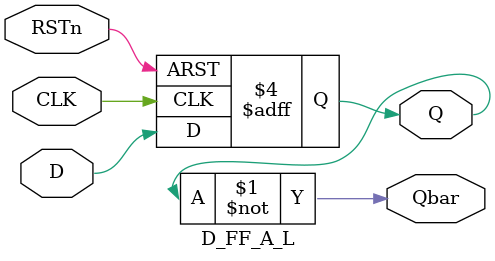
<source format=v>
module D_FF_A_L (D, RSTn, CLK, Q, Qbar);
	input  D, RSTn, CLK;
	output reg Q;
	output Qbar;

	assign Qbar = ~Q;

	always@(posedge CLK or negedge RSTn) begin
		if(~RSTn) begin
			Q <= 0;
		end
		else 
			Q <= D;
	end


endmodule

</source>
